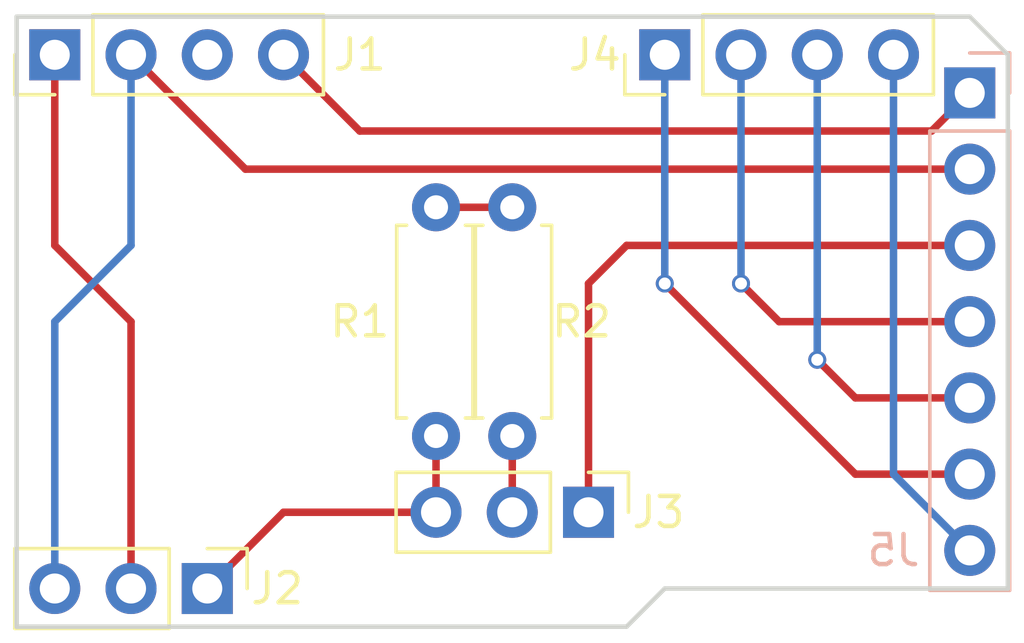
<source format=kicad_pcb>
(kicad_pcb (version 4) (host pcbnew 4.0.7+dfsg1-1)

  (general
    (links 13)
    (no_connects 0)
    (area 94.494999 70.364999 129.025001 92.195001)
    (thickness 1.6)
    (drawings 8)
    (tracks 33)
    (zones 0)
    (modules 7)
    (nets 13)
  )

  (page A4)
  (layers
    (0 F.Cu signal)
    (31 B.Cu signal)
    (32 B.Adhes user)
    (33 F.Adhes user)
    (34 B.Paste user)
    (35 F.Paste user)
    (36 B.SilkS user)
    (37 F.SilkS user)
    (38 B.Mask user)
    (39 F.Mask user)
    (40 Dwgs.User user)
    (41 Cmts.User user)
    (42 Eco1.User user)
    (43 Eco2.User user)
    (44 Edge.Cuts user)
    (45 Margin user)
    (46 B.CrtYd user)
    (47 F.CrtYd user)
    (48 B.Fab user)
    (49 F.Fab user)
  )

  (setup
    (last_trace_width 0.25)
    (trace_clearance 0.2)
    (zone_clearance 0.508)
    (zone_45_only no)
    (trace_min 0.2)
    (segment_width 0.2)
    (edge_width 0.15)
    (via_size 0.6)
    (via_drill 0.4)
    (via_min_size 0.4)
    (via_min_drill 0.3)
    (uvia_size 0.3)
    (uvia_drill 0.1)
    (uvias_allowed no)
    (uvia_min_size 0.2)
    (uvia_min_drill 0.1)
    (pcb_text_width 0.3)
    (pcb_text_size 1.5 1.5)
    (mod_edge_width 0.15)
    (mod_text_size 1 1)
    (mod_text_width 0.15)
    (pad_size 1.524 1.524)
    (pad_drill 0.762)
    (pad_to_mask_clearance 0.2)
    (aux_axis_origin 0 0)
    (visible_elements FFFFFF7F)
    (pcbplotparams
      (layerselection 0x00030_80000001)
      (usegerberextensions false)
      (excludeedgelayer true)
      (linewidth 0.100000)
      (plotframeref false)
      (viasonmask false)
      (mode 1)
      (useauxorigin false)
      (hpglpennumber 1)
      (hpglpenspeed 20)
      (hpglpendiameter 15)
      (hpglpenoverlay 2)
      (psnegative false)
      (psa4output false)
      (plotreference true)
      (plotvalue true)
      (plotinvisibletext false)
      (padsonsilk false)
      (subtractmaskfromsilk false)
      (outputformat 1)
      (mirror false)
      (drillshape 1)
      (scaleselection 1)
      (outputdirectory ""))
  )

  (net 0 "")
  (net 1 "Net-(J1-Pad1)")
  (net 2 "Net-(J1-Pad2)")
  (net 3 "Net-(J1-Pad3)")
  (net 4 "Net-(J1-Pad4)")
  (net 5 "Net-(J2-Pad1)")
  (net 6 "Net-(J3-Pad1)")
  (net 7 "Net-(J3-Pad2)")
  (net 8 "Net-(J4-Pad1)")
  (net 9 "Net-(J4-Pad2)")
  (net 10 "Net-(J4-Pad3)")
  (net 11 "Net-(J4-Pad4)")
  (net 12 "Net-(R1-Pad1)")

  (net_class Default "This is the default net class."
    (clearance 0.2)
    (trace_width 0.25)
    (via_dia 0.6)
    (via_drill 0.4)
    (uvia_dia 0.3)
    (uvia_drill 0.1)
    (add_net "Net-(J1-Pad1)")
    (add_net "Net-(J1-Pad2)")
    (add_net "Net-(J1-Pad3)")
    (add_net "Net-(J1-Pad4)")
    (add_net "Net-(J2-Pad1)")
    (add_net "Net-(J3-Pad1)")
    (add_net "Net-(J3-Pad2)")
    (add_net "Net-(J4-Pad1)")
    (add_net "Net-(J4-Pad2)")
    (add_net "Net-(J4-Pad3)")
    (add_net "Net-(J4-Pad4)")
    (add_net "Net-(R1-Pad1)")
  )

  (module Resistors_THT:R_Axial_DIN0207_L6.3mm_D2.5mm_P7.62mm_Horizontal (layer F.Cu) (tedit 59F8D6F4) (tstamp 5A1AF846)
    (at 109.22 77.47 270)
    (descr "Resistor, Axial_DIN0207 series, Axial, Horizontal, pin pitch=7.62mm, 0.25W = 1/4W, length*diameter=6.3*2.5mm^2, http://cdn-reichelt.de/documents/datenblatt/B400/1_4W%23YAG.pdf")
    (tags "Resistor Axial_DIN0207 series Axial Horizontal pin pitch 7.62mm 0.25W = 1/4W length 6.3mm diameter 2.5mm")
    (path /59F8A7DF)
    (fp_text reference R1 (at 3.81 2.54 360) (layer F.SilkS)
      (effects (font (size 1 1) (thickness 0.15)))
    )
    (fp_text value R (at 3.81 0 270) (layer F.Fab)
      (effects (font (size 1 1) (thickness 0.15)))
    )
    (fp_line (start 0.66 -1.25) (end 0.66 1.25) (layer F.Fab) (width 0.1))
    (fp_line (start 0.66 1.25) (end 6.96 1.25) (layer F.Fab) (width 0.1))
    (fp_line (start 6.96 1.25) (end 6.96 -1.25) (layer F.Fab) (width 0.1))
    (fp_line (start 6.96 -1.25) (end 0.66 -1.25) (layer F.Fab) (width 0.1))
    (fp_line (start 0 0) (end 0.66 0) (layer F.Fab) (width 0.1))
    (fp_line (start 7.62 0) (end 6.96 0) (layer F.Fab) (width 0.1))
    (fp_line (start 0.6 -0.98) (end 0.6 -1.31) (layer F.SilkS) (width 0.12))
    (fp_line (start 0.6 -1.31) (end 7.02 -1.31) (layer F.SilkS) (width 0.12))
    (fp_line (start 7.02 -1.31) (end 7.02 -0.98) (layer F.SilkS) (width 0.12))
    (fp_line (start 0.6 0.98) (end 0.6 1.31) (layer F.SilkS) (width 0.12))
    (fp_line (start 0.6 1.31) (end 7.02 1.31) (layer F.SilkS) (width 0.12))
    (fp_line (start 7.02 1.31) (end 7.02 0.98) (layer F.SilkS) (width 0.12))
    (fp_line (start -1.05 -1.6) (end -1.05 1.6) (layer F.CrtYd) (width 0.05))
    (fp_line (start -1.05 1.6) (end 8.7 1.6) (layer F.CrtYd) (width 0.05))
    (fp_line (start 8.7 1.6) (end 8.7 -1.6) (layer F.CrtYd) (width 0.05))
    (fp_line (start 8.7 -1.6) (end -1.05 -1.6) (layer F.CrtYd) (width 0.05))
    (pad 1 thru_hole circle (at 0 0 270) (size 1.6 1.6) (drill 0.8) (layers *.Cu *.Mask)
      (net 12 "Net-(R1-Pad1)"))
    (pad 2 thru_hole oval (at 7.62 0 270) (size 1.6 1.6) (drill 0.8) (layers *.Cu *.Mask)
      (net 5 "Net-(J2-Pad1)"))
    (model ${KISYS3DMOD}/Resistors_THT.3dshapes/R_Axial_DIN0207_L6.3mm_D2.5mm_P7.62mm_Horizontal.wrl
      (at (xyz 0 0 0))
      (scale (xyz 0.393701 0.393701 0.393701))
      (rotate (xyz 0 0 0))
    )
  )

  (module Pin_Headers:Pin_Header_Straight_1x03_Pitch2.54mm (layer F.Cu) (tedit 59F8D6F8) (tstamp 5A181E32)
    (at 101.6 90.17 270)
    (descr "Through hole straight pin header, 1x03, 2.54mm pitch, single row")
    (tags "Through hole pin header THT 1x03 2.54mm single row")
    (path /59F8A518)
    (fp_text reference J2 (at 0 -2.33 360) (layer F.SilkS)
      (effects (font (size 1 1) (thickness 0.15)))
    )
    (fp_text value ConnRC (at -2.54 2.54 360) (layer F.Fab)
      (effects (font (size 1 1) (thickness 0.15)))
    )
    (fp_line (start -0.635 -1.27) (end 1.27 -1.27) (layer F.Fab) (width 0.1))
    (fp_line (start 1.27 -1.27) (end 1.27 6.35) (layer F.Fab) (width 0.1))
    (fp_line (start 1.27 6.35) (end -1.27 6.35) (layer F.Fab) (width 0.1))
    (fp_line (start -1.27 6.35) (end -1.27 -0.635) (layer F.Fab) (width 0.1))
    (fp_line (start -1.27 -0.635) (end -0.635 -1.27) (layer F.Fab) (width 0.1))
    (fp_line (start -1.33 6.41) (end 1.33 6.41) (layer F.SilkS) (width 0.12))
    (fp_line (start -1.33 1.27) (end -1.33 6.41) (layer F.SilkS) (width 0.12))
    (fp_line (start 1.33 1.27) (end 1.33 6.41) (layer F.SilkS) (width 0.12))
    (fp_line (start -1.33 1.27) (end 1.33 1.27) (layer F.SilkS) (width 0.12))
    (fp_line (start -1.33 0) (end -1.33 -1.33) (layer F.SilkS) (width 0.12))
    (fp_line (start -1.33 -1.33) (end 0 -1.33) (layer F.SilkS) (width 0.12))
    (fp_line (start -1.8 -1.8) (end -1.8 6.85) (layer F.CrtYd) (width 0.05))
    (fp_line (start -1.8 6.85) (end 1.8 6.85) (layer F.CrtYd) (width 0.05))
    (fp_line (start 1.8 6.85) (end 1.8 -1.8) (layer F.CrtYd) (width 0.05))
    (fp_line (start 1.8 -1.8) (end -1.8 -1.8) (layer F.CrtYd) (width 0.05))
    (fp_text user %R (at 0 2.54 360) (layer F.Fab)
      (effects (font (size 1 1) (thickness 0.15)))
    )
    (pad 1 thru_hole rect (at 0 0 270) (size 1.7 1.7) (drill 1) (layers *.Cu *.Mask)
      (net 5 "Net-(J2-Pad1)"))
    (pad 2 thru_hole oval (at 0 2.54 270) (size 1.7 1.7) (drill 1) (layers *.Cu *.Mask)
      (net 1 "Net-(J1-Pad1)"))
    (pad 3 thru_hole oval (at 0 5.08 270) (size 1.7 1.7) (drill 1) (layers *.Cu *.Mask)
      (net 2 "Net-(J1-Pad2)"))
    (model ${KISYS3DMOD}/Pin_Headers.3dshapes/Pin_Header_Straight_1x03_Pitch2.54mm.wrl
      (at (xyz 0 0 0))
      (scale (xyz 1 1 1))
      (rotate (xyz 0 0 0))
    )
  )

  (module Pin_Headers:Pin_Header_Straight_1x04_Pitch2.54mm (layer F.Cu) (tedit 59F8D6F6) (tstamp 5A1557C0)
    (at 96.52 72.39 90)
    (descr "Through hole straight pin header, 1x04, 2.54mm pitch, single row")
    (tags "Through hole pin header THT 1x04 2.54mm single row")
    (path /59F8A1AA)
    (fp_text reference J1 (at 0 10.16 180) (layer F.SilkS)
      (effects (font (size 1 1) (thickness 0.15)))
    )
    (fp_text value Conn2 (at -2.54 3.81 180) (layer F.Fab)
      (effects (font (size 1 1) (thickness 0.15)))
    )
    (fp_line (start -0.635 -1.27) (end 1.27 -1.27) (layer F.Fab) (width 0.1))
    (fp_line (start 1.27 -1.27) (end 1.27 8.89) (layer F.Fab) (width 0.1))
    (fp_line (start 1.27 8.89) (end -1.27 8.89) (layer F.Fab) (width 0.1))
    (fp_line (start -1.27 8.89) (end -1.27 -0.635) (layer F.Fab) (width 0.1))
    (fp_line (start -1.27 -0.635) (end -0.635 -1.27) (layer F.Fab) (width 0.1))
    (fp_line (start -1.33 8.95) (end 1.33 8.95) (layer F.SilkS) (width 0.12))
    (fp_line (start -1.33 1.27) (end -1.33 8.95) (layer F.SilkS) (width 0.12))
    (fp_line (start 1.33 1.27) (end 1.33 8.95) (layer F.SilkS) (width 0.12))
    (fp_line (start -1.33 1.27) (end 1.33 1.27) (layer F.SilkS) (width 0.12))
    (fp_line (start -1.33 0) (end -1.33 -1.33) (layer F.SilkS) (width 0.12))
    (fp_line (start -1.33 -1.33) (end 0 -1.33) (layer F.SilkS) (width 0.12))
    (fp_line (start -1.8 -1.8) (end -1.8 9.4) (layer F.CrtYd) (width 0.05))
    (fp_line (start -1.8 9.4) (end 1.8 9.4) (layer F.CrtYd) (width 0.05))
    (fp_line (start 1.8 9.4) (end 1.8 -1.8) (layer F.CrtYd) (width 0.05))
    (fp_line (start 1.8 -1.8) (end -1.8 -1.8) (layer F.CrtYd) (width 0.05))
    (fp_text user %R (at 0 3.81 180) (layer F.Fab)
      (effects (font (size 1 1) (thickness 0.15)))
    )
    (pad 1 thru_hole rect (at 0 0 90) (size 1.7 1.7) (drill 1) (layers *.Cu *.Mask)
      (net 1 "Net-(J1-Pad1)"))
    (pad 2 thru_hole oval (at 0 2.54 90) (size 1.7 1.7) (drill 1) (layers *.Cu *.Mask)
      (net 2 "Net-(J1-Pad2)"))
    (pad 3 thru_hole oval (at 0 5.08 90) (size 1.7 1.7) (drill 1) (layers *.Cu *.Mask)
      (net 3 "Net-(J1-Pad3)"))
    (pad 4 thru_hole oval (at 0 7.62 90) (size 1.7 1.7) (drill 1) (layers *.Cu *.Mask)
      (net 4 "Net-(J1-Pad4)"))
    (model ${KISYS3DMOD}/Pin_Headers.3dshapes/Pin_Header_Straight_1x04_Pitch2.54mm.wrl
      (at (xyz 0 0 0))
      (scale (xyz 1 1 1))
      (rotate (xyz 0 0 0))
    )
  )

  (module Pin_Headers:Pin_Header_Straight_1x07_Pitch2.54mm (layer B.Cu) (tedit 59F8D6D9) (tstamp 5A129152)
    (at 127 73.66 180)
    (descr "Through hole straight pin header, 1x07, 2.54mm pitch, single row")
    (tags "Through hole pin header THT 1x07 2.54mm single row")
    (path /59F89FF2)
    (fp_text reference J5 (at 2.54 -15.24 180) (layer B.SilkS)
      (effects (font (size 1 1) (thickness 0.15)) (justify mirror))
    )
    (fp_text value RC522_Conn (at 2.54 -7.62 270) (layer B.Fab)
      (effects (font (size 1 1) (thickness 0.15)) (justify mirror))
    )
    (fp_line (start -0.635 1.27) (end 1.27 1.27) (layer B.Fab) (width 0.1))
    (fp_line (start 1.27 1.27) (end 1.27 -16.51) (layer B.Fab) (width 0.1))
    (fp_line (start 1.27 -16.51) (end -1.27 -16.51) (layer B.Fab) (width 0.1))
    (fp_line (start -1.27 -16.51) (end -1.27 0.635) (layer B.Fab) (width 0.1))
    (fp_line (start -1.27 0.635) (end -0.635 1.27) (layer B.Fab) (width 0.1))
    (fp_line (start -1.33 -16.57) (end 1.33 -16.57) (layer B.SilkS) (width 0.12))
    (fp_line (start -1.33 -1.27) (end -1.33 -16.57) (layer B.SilkS) (width 0.12))
    (fp_line (start 1.33 -1.27) (end 1.33 -16.57) (layer B.SilkS) (width 0.12))
    (fp_line (start -1.33 -1.27) (end 1.33 -1.27) (layer B.SilkS) (width 0.12))
    (fp_line (start -1.33 0) (end -1.33 1.33) (layer B.SilkS) (width 0.12))
    (fp_line (start -1.33 1.33) (end 0 1.33) (layer B.SilkS) (width 0.12))
    (fp_line (start -1.8 1.8) (end -1.8 -17.05) (layer B.CrtYd) (width 0.05))
    (fp_line (start -1.8 -17.05) (end 1.8 -17.05) (layer B.CrtYd) (width 0.05))
    (fp_line (start 1.8 -17.05) (end 1.8 1.8) (layer B.CrtYd) (width 0.05))
    (fp_line (start 1.8 1.8) (end -1.8 1.8) (layer B.CrtYd) (width 0.05))
    (fp_text user %R (at 0 -7.62 450) (layer B.Fab)
      (effects (font (size 1 1) (thickness 0.15)) (justify mirror))
    )
    (pad 1 thru_hole rect (at 0 0 180) (size 1.7 1.7) (drill 1) (layers *.Cu *.Mask)
      (net 4 "Net-(J1-Pad4)"))
    (pad 2 thru_hole oval (at 0 -2.54 180) (size 1.7 1.7) (drill 1) (layers *.Cu *.Mask)
      (net 2 "Net-(J1-Pad2)"))
    (pad 3 thru_hole oval (at 0 -5.08 180) (size 1.7 1.7) (drill 1) (layers *.Cu *.Mask)
      (net 6 "Net-(J3-Pad1)"))
    (pad 4 thru_hole oval (at 0 -7.62 180) (size 1.7 1.7) (drill 1) (layers *.Cu *.Mask)
      (net 9 "Net-(J4-Pad2)"))
    (pad 5 thru_hole oval (at 0 -10.16 180) (size 1.7 1.7) (drill 1) (layers *.Cu *.Mask)
      (net 10 "Net-(J4-Pad3)"))
    (pad 6 thru_hole oval (at 0 -12.7 180) (size 1.7 1.7) (drill 1) (layers *.Cu *.Mask)
      (net 8 "Net-(J4-Pad1)"))
    (pad 7 thru_hole oval (at 0 -15.24 180) (size 1.7 1.7) (drill 1) (layers *.Cu *.Mask)
      (net 11 "Net-(J4-Pad4)"))
    (model ${KISYS3DMOD}/Pin_Headers.3dshapes/Pin_Header_Straight_1x07_Pitch2.54mm.wrl
      (at (xyz 0 0 0))
      (scale (xyz 1 1 1))
      (rotate (xyz 0 0 0))
    )
  )

  (module Pin_Headers:Pin_Header_Straight_1x04_Pitch2.54mm (layer F.Cu) (tedit 59F8D6F7) (tstamp 5A1556F7)
    (at 116.84 72.39 90)
    (descr "Through hole straight pin header, 1x04, 2.54mm pitch, single row")
    (tags "Through hole pin header THT 1x04 2.54mm single row")
    (path /59F8A0B7)
    (fp_text reference J4 (at 0 -2.33 180) (layer F.SilkS)
      (effects (font (size 1 1) (thickness 0.15)))
    )
    (fp_text value Conn1 (at -2.54 3.81 180) (layer F.Fab)
      (effects (font (size 1 1) (thickness 0.15)))
    )
    (fp_line (start -0.635 -1.27) (end 1.27 -1.27) (layer F.Fab) (width 0.1))
    (fp_line (start 1.27 -1.27) (end 1.27 8.89) (layer F.Fab) (width 0.1))
    (fp_line (start 1.27 8.89) (end -1.27 8.89) (layer F.Fab) (width 0.1))
    (fp_line (start -1.27 8.89) (end -1.27 -0.635) (layer F.Fab) (width 0.1))
    (fp_line (start -1.27 -0.635) (end -0.635 -1.27) (layer F.Fab) (width 0.1))
    (fp_line (start -1.33 8.95) (end 1.33 8.95) (layer F.SilkS) (width 0.12))
    (fp_line (start -1.33 1.27) (end -1.33 8.95) (layer F.SilkS) (width 0.12))
    (fp_line (start 1.33 1.27) (end 1.33 8.95) (layer F.SilkS) (width 0.12))
    (fp_line (start -1.33 1.27) (end 1.33 1.27) (layer F.SilkS) (width 0.12))
    (fp_line (start -1.33 0) (end -1.33 -1.33) (layer F.SilkS) (width 0.12))
    (fp_line (start -1.33 -1.33) (end 0 -1.33) (layer F.SilkS) (width 0.12))
    (fp_line (start -1.8 -1.8) (end -1.8 9.4) (layer F.CrtYd) (width 0.05))
    (fp_line (start -1.8 9.4) (end 1.8 9.4) (layer F.CrtYd) (width 0.05))
    (fp_line (start 1.8 9.4) (end 1.8 -1.8) (layer F.CrtYd) (width 0.05))
    (fp_line (start 1.8 -1.8) (end -1.8 -1.8) (layer F.CrtYd) (width 0.05))
    (fp_text user %R (at 0 3.81 270) (layer F.Fab)
      (effects (font (size 1 1) (thickness 0.15)))
    )
    (pad 1 thru_hole rect (at 0 0 90) (size 1.7 1.7) (drill 1) (layers *.Cu *.Mask)
      (net 8 "Net-(J4-Pad1)"))
    (pad 2 thru_hole oval (at 0 2.54 90) (size 1.7 1.7) (drill 1) (layers *.Cu *.Mask)
      (net 9 "Net-(J4-Pad2)"))
    (pad 3 thru_hole oval (at 0 5.08 90) (size 1.7 1.7) (drill 1) (layers *.Cu *.Mask)
      (net 10 "Net-(J4-Pad3)"))
    (pad 4 thru_hole oval (at 0 7.62 90) (size 1.7 1.7) (drill 1) (layers *.Cu *.Mask)
      (net 11 "Net-(J4-Pad4)"))
    (model ${KISYS3DMOD}/Pin_Headers.3dshapes/Pin_Header_Straight_1x04_Pitch2.54mm.wrl
      (at (xyz 0 0 0))
      (scale (xyz 1 1 1))
      (rotate (xyz 0 0 0))
    )
  )

  (module Pin_Headers:Pin_Header_Straight_1x03_Pitch2.54mm (layer F.Cu) (tedit 59F8D702) (tstamp 5A181D5C)
    (at 114.3 87.63 270)
    (descr "Through hole straight pin header, 1x03, 2.54mm pitch, single row")
    (tags "Through hole pin header THT 1x03 2.54mm single row")
    (path /59F8A465)
    (fp_text reference J3 (at 0 -2.33 540) (layer F.SilkS)
      (effects (font (size 1 1) (thickness 0.15)))
    )
    (fp_text value Conn3 (at 2.54 2.54 360) (layer F.Fab)
      (effects (font (size 1 1) (thickness 0.15)))
    )
    (fp_line (start -0.635 -1.27) (end 1.27 -1.27) (layer F.Fab) (width 0.1))
    (fp_line (start 1.27 -1.27) (end 1.27 6.35) (layer F.Fab) (width 0.1))
    (fp_line (start 1.27 6.35) (end -1.27 6.35) (layer F.Fab) (width 0.1))
    (fp_line (start -1.27 6.35) (end -1.27 -0.635) (layer F.Fab) (width 0.1))
    (fp_line (start -1.27 -0.635) (end -0.635 -1.27) (layer F.Fab) (width 0.1))
    (fp_line (start -1.33 6.41) (end 1.33 6.41) (layer F.SilkS) (width 0.12))
    (fp_line (start -1.33 1.27) (end -1.33 6.41) (layer F.SilkS) (width 0.12))
    (fp_line (start 1.33 1.27) (end 1.33 6.41) (layer F.SilkS) (width 0.12))
    (fp_line (start -1.33 1.27) (end 1.33 1.27) (layer F.SilkS) (width 0.12))
    (fp_line (start -1.33 0) (end -1.33 -1.33) (layer F.SilkS) (width 0.12))
    (fp_line (start -1.33 -1.33) (end 0 -1.33) (layer F.SilkS) (width 0.12))
    (fp_line (start -1.8 -1.8) (end -1.8 6.85) (layer F.CrtYd) (width 0.05))
    (fp_line (start -1.8 6.85) (end 1.8 6.85) (layer F.CrtYd) (width 0.05))
    (fp_line (start 1.8 6.85) (end 1.8 -1.8) (layer F.CrtYd) (width 0.05))
    (fp_line (start 1.8 -1.8) (end -1.8 -1.8) (layer F.CrtYd) (width 0.05))
    (fp_text user %R (at 0 2.54 360) (layer F.Fab)
      (effects (font (size 1 1) (thickness 0.15)))
    )
    (pad 1 thru_hole rect (at 0 0 270) (size 1.7 1.7) (drill 1) (layers *.Cu *.Mask)
      (net 6 "Net-(J3-Pad1)"))
    (pad 2 thru_hole oval (at 0 2.54 270) (size 1.7 1.7) (drill 1) (layers *.Cu *.Mask)
      (net 7 "Net-(J3-Pad2)"))
    (pad 3 thru_hole oval (at 0 5.08 270) (size 1.7 1.7) (drill 1) (layers *.Cu *.Mask)
      (net 5 "Net-(J2-Pad1)"))
    (model ${KISYS3DMOD}/Pin_Headers.3dshapes/Pin_Header_Straight_1x03_Pitch2.54mm.wrl
      (at (xyz 0 0 0))
      (scale (xyz 1 1 1))
      (rotate (xyz 0 0 0))
    )
  )

  (module Resistors_THT:R_Axial_DIN0207_L6.3mm_D2.5mm_P7.62mm_Horizontal (layer F.Cu) (tedit 59F8D6F3) (tstamp 5A1AF7D6)
    (at 111.76 77.47 270)
    (descr "Resistor, Axial_DIN0207 series, Axial, Horizontal, pin pitch=7.62mm, 0.25W = 1/4W, length*diameter=6.3*2.5mm^2, http://cdn-reichelt.de/documents/datenblatt/B400/1_4W%23YAG.pdf")
    (tags "Resistor Axial_DIN0207 series Axial Horizontal pin pitch 7.62mm 0.25W = 1/4W length 6.3mm diameter 2.5mm")
    (path /59F8A878)
    (fp_text reference R2 (at 3.81 -2.31 360) (layer F.SilkS)
      (effects (font (size 1 1) (thickness 0.15)))
    )
    (fp_text value R (at 3.81 0 270) (layer F.Fab)
      (effects (font (size 1 1) (thickness 0.15)))
    )
    (fp_line (start 0.66 -1.25) (end 0.66 1.25) (layer F.Fab) (width 0.1))
    (fp_line (start 0.66 1.25) (end 6.96 1.25) (layer F.Fab) (width 0.1))
    (fp_line (start 6.96 1.25) (end 6.96 -1.25) (layer F.Fab) (width 0.1))
    (fp_line (start 6.96 -1.25) (end 0.66 -1.25) (layer F.Fab) (width 0.1))
    (fp_line (start 0 0) (end 0.66 0) (layer F.Fab) (width 0.1))
    (fp_line (start 7.62 0) (end 6.96 0) (layer F.Fab) (width 0.1))
    (fp_line (start 0.6 -0.98) (end 0.6 -1.31) (layer F.SilkS) (width 0.12))
    (fp_line (start 0.6 -1.31) (end 7.02 -1.31) (layer F.SilkS) (width 0.12))
    (fp_line (start 7.02 -1.31) (end 7.02 -0.98) (layer F.SilkS) (width 0.12))
    (fp_line (start 0.6 0.98) (end 0.6 1.31) (layer F.SilkS) (width 0.12))
    (fp_line (start 0.6 1.31) (end 7.02 1.31) (layer F.SilkS) (width 0.12))
    (fp_line (start 7.02 1.31) (end 7.02 0.98) (layer F.SilkS) (width 0.12))
    (fp_line (start -1.05 -1.6) (end -1.05 1.6) (layer F.CrtYd) (width 0.05))
    (fp_line (start -1.05 1.6) (end 8.7 1.6) (layer F.CrtYd) (width 0.05))
    (fp_line (start 8.7 1.6) (end 8.7 -1.6) (layer F.CrtYd) (width 0.05))
    (fp_line (start 8.7 -1.6) (end -1.05 -1.6) (layer F.CrtYd) (width 0.05))
    (pad 1 thru_hole circle (at 0 0 270) (size 1.6 1.6) (drill 0.8) (layers *.Cu *.Mask)
      (net 12 "Net-(R1-Pad1)"))
    (pad 2 thru_hole oval (at 7.62 0 270) (size 1.6 1.6) (drill 0.8) (layers *.Cu *.Mask)
      (net 7 "Net-(J3-Pad2)"))
    (model ${KISYS3DMOD}/Resistors_THT.3dshapes/R_Axial_DIN0207_L6.3mm_D2.5mm_P7.62mm_Horizontal.wrl
      (at (xyz 0 0 0))
      (scale (xyz 0.393701 0.393701 0.393701))
      (rotate (xyz 0 0 0))
    )
  )

  (gr_line (start 127 71.12) (end 125.73 71.12) (angle 90) (layer Edge.Cuts) (width 0.15))
  (gr_line (start 128.27 72.39) (end 127 71.12) (angle 90) (layer Edge.Cuts) (width 0.15))
  (gr_line (start 128.27 90.17) (end 128.27 72.39) (angle 90) (layer Edge.Cuts) (width 0.15))
  (gr_line (start 116.84 90.17) (end 128.27 90.17) (angle 90) (layer Edge.Cuts) (width 0.15))
  (gr_line (start 125.73 71.12) (end 95.25 71.12) (angle 90) (layer Edge.Cuts) (width 0.15))
  (gr_line (start 115.57 91.44) (end 116.84 90.17) (angle 90) (layer Edge.Cuts) (width 0.15))
  (gr_line (start 95.25 91.44) (end 115.57 91.44) (angle 90) (layer Edge.Cuts) (width 0.15))
  (gr_line (start 95.25 71.12) (end 95.25 91.44) (angle 90) (layer Edge.Cuts) (width 0.15))

  (segment (start 99.06 90.17) (end 99.06 81.28) (width 0.25) (layer F.Cu) (net 1))
  (segment (start 99.06 81.28) (end 96.52 78.74) (width 0.25) (layer F.Cu) (net 1) (tstamp 5A33E7D7))
  (segment (start 96.52 78.74) (end 96.52 72.39) (width 0.25) (layer F.Cu) (net 1) (tstamp 5A33E7D8))
  (segment (start 99.06 72.39) (end 102.87 76.2) (width 0.25) (layer F.Cu) (net 2))
  (segment (start 102.87 76.2) (end 127 76.2) (width 0.25) (layer F.Cu) (net 2) (tstamp 59F8D593))
  (segment (start 99.06 72.39) (end 99.06 78.74) (width 0.25) (layer B.Cu) (net 2))
  (segment (start 99.06 78.74) (end 96.52 81.28) (width 0.25) (layer B.Cu) (net 2) (tstamp 5A33E7DC))
  (segment (start 96.52 81.28) (end 96.52 90.17) (width 0.25) (layer B.Cu) (net 2) (tstamp 5A33E7DD))
  (segment (start 127 73.66) (end 125.73 74.93) (width 0.25) (layer F.Cu) (net 4))
  (segment (start 106.68 74.93) (end 104.14 72.39) (width 0.25) (layer F.Cu) (net 4) (tstamp 59F8D579))
  (segment (start 125.73 74.93) (end 106.68 74.93) (width 0.25) (layer F.Cu) (net 4) (tstamp 59F8D578))
  (segment (start 109.22 85.09) (end 109.22 87.63) (width 0.25) (layer F.Cu) (net 5))
  (segment (start 109.22 87.63) (end 104.14 87.63) (width 0.25) (layer F.Cu) (net 5) (tstamp 5A33E7D3))
  (segment (start 104.14 87.63) (end 101.6 90.17) (width 0.25) (layer F.Cu) (net 5) (tstamp 5A33E7D4))
  (segment (start 127 78.74) (end 115.57 78.74) (width 0.25) (layer F.Cu) (net 6))
  (segment (start 114.3 80.01) (end 114.3 87.63) (width 0.25) (layer F.Cu) (net 6) (tstamp 59F8D5F0))
  (segment (start 115.57 78.74) (end 114.3 80.01) (width 0.25) (layer F.Cu) (net 6) (tstamp 59F8D5EC))
  (segment (start 111.76 87.63) (end 111.76 85.09) (width 0.25) (layer F.Cu) (net 7))
  (segment (start 127 86.36) (end 123.19 86.36) (width 0.25) (layer F.Cu) (net 8))
  (segment (start 116.84 80.01) (end 116.84 72.39) (width 0.25) (layer B.Cu) (net 8) (tstamp 59F8D5FF))
  (via (at 116.84 80.01) (size 0.6) (drill 0.4) (layers F.Cu B.Cu) (net 8))
  (segment (start 123.19 86.36) (end 116.84 80.01) (width 0.25) (layer F.Cu) (net 8) (tstamp 59F8D5F9))
  (segment (start 127 81.28) (end 120.65 81.28) (width 0.25) (layer F.Cu) (net 9))
  (segment (start 119.38 80.01) (end 119.38 72.39) (width 0.25) (layer B.Cu) (net 9) (tstamp 59F8D621))
  (via (at 119.38 80.01) (size 0.6) (drill 0.4) (layers F.Cu B.Cu) (net 9))
  (segment (start 120.65 81.28) (end 119.38 80.01) (width 0.25) (layer F.Cu) (net 9) (tstamp 59F8D61D))
  (segment (start 127 83.82) (end 123.19 83.82) (width 0.25) (layer F.Cu) (net 10))
  (segment (start 121.92 82.55) (end 121.92 72.39) (width 0.25) (layer B.Cu) (net 10) (tstamp 59F8D627))
  (via (at 121.92 82.55) (size 0.6) (drill 0.4) (layers F.Cu B.Cu) (net 10))
  (segment (start 123.19 83.82) (end 121.92 82.55) (width 0.25) (layer F.Cu) (net 10) (tstamp 59F8D624))
  (segment (start 127 88.9) (end 124.46 86.36) (width 0.25) (layer B.Cu) (net 11))
  (segment (start 124.46 86.36) (end 124.46 72.39) (width 0.25) (layer B.Cu) (net 11) (tstamp 59F8D540))
  (segment (start 111.76 77.47) (end 109.22 77.47) (width 0.25) (layer F.Cu) (net 12))

)

</source>
